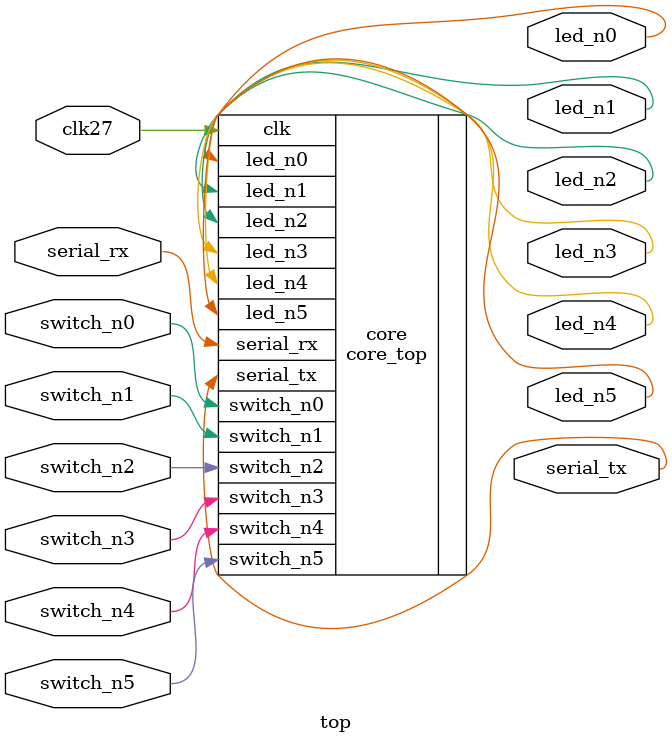
<source format=v>
module top (
    input wire clk27,
    input wire switch_n0,
    input wire switch_n1,
    input wire switch_n2,
    input wire switch_n3,
    input wire switch_n4,
    input wire switch_n5,
    input wire serial_rx,
    output wire serial_tx,
    output wire led_n0,
    output wire led_n1,
    output wire led_n2,
    output wire led_n3,
    output wire led_n4,
    output wire led_n5 // Sistema temporario, futuramente tais pinos podem ser simulados pela serial
);
    
core_top #(
    .CLK_HZ(27000000),
    .BIT_RATE(9600),
    .PAYLOAD_BITS(8)
) core (
    .clk(clk27),
    .serial_rx(serial_rx),
    .serial_tx(serial_tx),
    .led_n0(led_n0),
    .led_n1(led_n1),
    .led_n2(led_n2),
    .led_n3(led_n3),
    .led_n4(led_n4),
    .led_n5(led_n5),
    .switch_n0(switch_n0),
    .switch_n1(switch_n1),
    .switch_n2(switch_n2),
    .switch_n3(switch_n3),
    .switch_n4(switch_n4),
    .switch_n5(switch_n5)
);

endmodule

</source>
